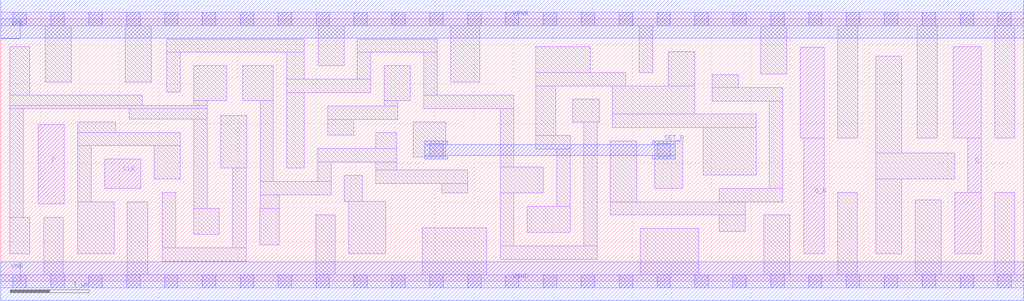
<source format=lef>
# Copyright 2020 The SkyWater PDK Authors
#
# Licensed under the Apache License, Version 2.0 (the "License");
# you may not use this file except in compliance with the License.
# You may obtain a copy of the License at
#
#     https://www.apache.org/licenses/LICENSE-2.0
#
# Unless required by applicable law or agreed to in writing, software
# distributed under the License is distributed on an "AS IS" BASIS,
# WITHOUT WARRANTIES OR CONDITIONS OF ANY KIND, either express or implied.
# See the License for the specific language governing permissions and
# limitations under the License.
#
# SPDX-License-Identifier: Apache-2.0

VERSION 5.5 ;
NAMESCASESENSITIVE ON ;
BUSBITCHARS "[]" ;
DIVIDERCHAR "/" ;
MACRO sky130_fd_sc_ms__dfsbp_2
  CLASS CORE ;
  SOURCE USER ;
  ORIGIN  0.000000  0.000000 ;
  SIZE  12.96000 BY  3.330000 ;
  SYMMETRY X Y ;
  SITE unit ;
  PIN D
    ANTENNAGATEAREA  0.126000 ;
    DIRECTION INPUT ;
    USE SIGNAL ;
    PORT
      LAYER li1 ;
        RECT 0.475000 0.980000 0.805000 1.990000 ;
    END
  END D
  PIN Q
    ANTENNADIFFAREA  0.543200 ;
    DIRECTION OUTPUT ;
    USE SIGNAL ;
    PORT
      LAYER li1 ;
        RECT 12.065000 1.820000 12.425000 2.980000 ;
        RECT 12.085000 0.350000 12.425000 1.130000 ;
        RECT 12.255000 1.130000 12.425000 1.820000 ;
    END
  END Q
  PIN Q_N
    ANTENNADIFFAREA  0.543200 ;
    DIRECTION OUTPUT ;
    USE SIGNAL ;
    PORT
      LAYER li1 ;
        RECT 10.130000 1.820000 10.435000 2.970000 ;
        RECT 10.175000 0.350000 10.435000 1.820000 ;
    END
  END Q_N
  PIN SET_B
    ANTENNAPARTIALMETALSIDEAREA  2.205000 ;
    DIRECTION INPUT ;
    USE SIGNAL ;
    PORT
      LAYER met1 ;
        RECT 5.375000 1.550000 5.665000 1.595000 ;
        RECT 5.375000 1.595000 8.545000 1.735000 ;
        RECT 5.375000 1.735000 5.665000 1.780000 ;
        RECT 8.255000 1.550000 8.545000 1.595000 ;
        RECT 8.255000 1.735000 8.545000 1.780000 ;
    END
  END SET_B
  PIN CLK
    ANTENNAGATEAREA  0.279000 ;
    DIRECTION INPUT ;
    USE CLOCK ;
    PORT
      LAYER li1 ;
        RECT 1.315000 1.180000 1.775000 1.550000 ;
    END
  END CLK
  PIN VGND
    DIRECTION INOUT ;
    USE GROUND ;
    PORT
      LAYER met1 ;
        RECT 0.000000 -0.245000 12.960000 0.245000 ;
    END
  END VGND
  PIN VNB
    DIRECTION INOUT ;
    USE GROUND ;
    PORT
    END
  END VNB
  PIN VPB
    DIRECTION INOUT ;
    USE POWER ;
    PORT
    END
  END VPB
  PIN VNB
    DIRECTION INOUT ;
    USE GROUND ;
    PORT
      LAYER met1 ;
        RECT 0.000000 0.000000 0.250000 0.250000 ;
    END
  END VNB
  PIN VPB
    DIRECTION INOUT ;
    USE POWER ;
    PORT
      LAYER met1 ;
        RECT 0.000000 3.080000 0.250000 3.330000 ;
    END
  END VPB
  PIN VPWR
    DIRECTION INOUT ;
    USE POWER ;
    PORT
      LAYER met1 ;
        RECT 0.000000 3.085000 12.960000 3.575000 ;
    END
  END VPWR
  OBS
    LAYER li1 ;
      RECT  0.000000 -0.085000 12.960000 0.085000 ;
      RECT  0.000000  3.245000 12.960000 3.415000 ;
      RECT  0.115000  0.350000  0.365000 0.810000 ;
      RECT  0.115000  0.810000  0.285000 2.190000 ;
      RECT  0.115000  2.190000  2.615000 2.230000 ;
      RECT  0.115000  2.230000  1.795000 2.360000 ;
      RECT  0.115000  2.360000  0.365000 2.980000 ;
      RECT  0.545000  0.085000  0.795000 0.810000 ;
      RECT  0.565000  2.530000  0.895000 3.245000 ;
      RECT  0.975000  0.350000  1.435000 1.010000 ;
      RECT  0.975000  1.010000  1.145000 1.720000 ;
      RECT  0.975000  1.720000  2.275000 1.890000 ;
      RECT  0.975000  1.890000  1.455000 2.020000 ;
      RECT  1.575000  2.530000  1.905000 3.245000 ;
      RECT  1.605000  0.085000  1.865000 1.010000 ;
      RECT  1.625000  2.060000  2.615000 2.190000 ;
      RECT  1.945000  1.300000  2.275000 1.720000 ;
      RECT  2.045000  0.255000  3.110000 0.425000 ;
      RECT  2.045000  0.425000  2.215000 1.130000 ;
      RECT  2.105000  2.400000  2.275000 2.905000 ;
      RECT  2.105000  2.905000  3.845000 3.075000 ;
      RECT  2.445000  0.595000  2.770000 0.925000 ;
      RECT  2.445000  0.925000  2.615000 2.060000 ;
      RECT  2.445000  2.230000  2.615000 2.295000 ;
      RECT  2.445000  2.295000  2.865000 2.735000 ;
      RECT  2.785000  1.435000  3.115000 2.105000 ;
      RECT  2.940000  0.425000  3.110000 1.435000 ;
      RECT  3.065000  2.295000  3.455000 2.735000 ;
      RECT  3.280000  0.465000  3.530000 0.925000 ;
      RECT  3.285000  0.925000  3.530000 1.095000 ;
      RECT  3.285000  1.095000  4.185000 1.265000 ;
      RECT  3.285000  1.265000  3.455000 2.295000 ;
      RECT  3.625000  1.435000  3.845000 2.395000 ;
      RECT  3.625000  2.395000  4.690000 2.565000 ;
      RECT  3.625000  2.565000  3.845000 2.905000 ;
      RECT  3.990000  0.085000  4.240000 0.845000 ;
      RECT  4.015000  1.265000  4.185000 1.515000 ;
      RECT  4.015000  1.515000  5.015000 1.685000 ;
      RECT  4.020000  2.735000  4.350000 3.245000 ;
      RECT  4.140000  1.855000  4.470000 2.055000 ;
      RECT  4.140000  2.055000  5.030000 2.225000 ;
      RECT  4.355000  1.015000  4.580000 1.345000 ;
      RECT  4.410000  0.350000  4.880000 1.015000 ;
      RECT  4.520000  2.565000  4.690000 2.905000 ;
      RECT  4.520000  2.905000  5.530000 3.075000 ;
      RECT  4.750000  1.240000  5.915000 1.410000 ;
      RECT  4.750000  1.410000  5.015000 1.515000 ;
      RECT  4.750000  1.685000  5.015000 1.885000 ;
      RECT  4.860000  2.225000  5.030000 2.295000 ;
      RECT  4.860000  2.295000  5.190000 2.735000 ;
      RECT  5.225000  1.580000  5.635000 2.020000 ;
      RECT  5.340000  0.085000  6.160000 0.680000 ;
      RECT  5.360000  2.190000  6.500000 2.360000 ;
      RECT  5.360000  2.360000  5.530000 2.905000 ;
      RECT  5.585000  1.120000  5.915000 1.240000 ;
      RECT  5.700000  2.530000  6.070000 3.245000 ;
      RECT  6.330000  0.280000  7.555000 0.450000 ;
      RECT  6.330000  0.450000  6.500000 1.120000 ;
      RECT  6.330000  1.120000  6.875000 1.450000 ;
      RECT  6.330000  1.450000  6.500000 2.190000 ;
      RECT  6.670000  0.620000  7.215000 0.950000 ;
      RECT  6.780000  1.680000  7.215000 1.850000 ;
      RECT  6.780000  1.850000  7.030000 2.480000 ;
      RECT  6.780000  2.480000  7.920000 2.650000 ;
      RECT  6.780000  2.650000  7.470000 2.980000 ;
      RECT  7.045000  0.950000  7.215000 1.680000 ;
      RECT  7.250000  2.020000  7.580000 2.310000 ;
      RECT  7.385000  0.450000  7.555000 2.020000 ;
      RECT  7.725000  0.840000  9.435000 1.010000 ;
      RECT  7.725000  1.010000  8.055000 1.780000 ;
      RECT  7.750000  1.950000  9.570000 2.120000 ;
      RECT  7.750000  2.120000  8.790000 2.480000 ;
      RECT  8.090000  2.650000  8.260000 3.245000 ;
      RECT  8.100000  0.085000  8.845000 0.670000 ;
      RECT  8.285000  1.180000  8.640000 1.780000 ;
      RECT  8.460000  2.480000  8.790000 2.915000 ;
      RECT  8.900000  1.350000  9.570000 1.950000 ;
      RECT  9.015000  2.290000  9.910000 2.460000 ;
      RECT  9.015000  2.460000  9.345000 2.620000 ;
      RECT  9.105000  0.635000  9.435000 0.840000 ;
      RECT  9.105000  1.010000  9.910000 1.180000 ;
      RECT  9.630000  2.630000  9.960000 3.245000 ;
      RECT  9.665000  0.085000  9.995000 0.840000 ;
      RECT  9.740000  1.180000  9.910000 2.290000 ;
      RECT 10.605000  0.085000 10.855000 1.130000 ;
      RECT 10.605000  1.820000 10.860000 3.245000 ;
      RECT 11.085000  0.350000 11.415000 1.300000 ;
      RECT 11.085000  1.300000 12.085000 1.630000 ;
      RECT 11.085000  1.630000 11.415000 2.860000 ;
      RECT 11.585000  0.085000 11.915000 1.030000 ;
      RECT 11.615000  1.820000 11.865000 3.245000 ;
      RECT 12.595000  0.085000 12.845000 1.130000 ;
      RECT 12.595000  1.820000 12.845000 3.245000 ;
    LAYER mcon ;
      RECT  0.155000 -0.085000  0.325000 0.085000 ;
      RECT  0.155000  3.245000  0.325000 3.415000 ;
      RECT  0.635000 -0.085000  0.805000 0.085000 ;
      RECT  0.635000  3.245000  0.805000 3.415000 ;
      RECT  1.115000 -0.085000  1.285000 0.085000 ;
      RECT  1.115000  3.245000  1.285000 3.415000 ;
      RECT  1.595000 -0.085000  1.765000 0.085000 ;
      RECT  1.595000  3.245000  1.765000 3.415000 ;
      RECT  2.075000 -0.085000  2.245000 0.085000 ;
      RECT  2.075000  3.245000  2.245000 3.415000 ;
      RECT  2.555000 -0.085000  2.725000 0.085000 ;
      RECT  2.555000  3.245000  2.725000 3.415000 ;
      RECT  3.035000 -0.085000  3.205000 0.085000 ;
      RECT  3.035000  3.245000  3.205000 3.415000 ;
      RECT  3.515000 -0.085000  3.685000 0.085000 ;
      RECT  3.515000  3.245000  3.685000 3.415000 ;
      RECT  3.995000 -0.085000  4.165000 0.085000 ;
      RECT  3.995000  3.245000  4.165000 3.415000 ;
      RECT  4.475000 -0.085000  4.645000 0.085000 ;
      RECT  4.475000  3.245000  4.645000 3.415000 ;
      RECT  4.955000 -0.085000  5.125000 0.085000 ;
      RECT  4.955000  3.245000  5.125000 3.415000 ;
      RECT  5.435000 -0.085000  5.605000 0.085000 ;
      RECT  5.435000  1.580000  5.605000 1.750000 ;
      RECT  5.435000  3.245000  5.605000 3.415000 ;
      RECT  5.915000 -0.085000  6.085000 0.085000 ;
      RECT  5.915000  3.245000  6.085000 3.415000 ;
      RECT  6.395000 -0.085000  6.565000 0.085000 ;
      RECT  6.395000  3.245000  6.565000 3.415000 ;
      RECT  6.875000 -0.085000  7.045000 0.085000 ;
      RECT  6.875000  3.245000  7.045000 3.415000 ;
      RECT  7.355000 -0.085000  7.525000 0.085000 ;
      RECT  7.355000  3.245000  7.525000 3.415000 ;
      RECT  7.835000 -0.085000  8.005000 0.085000 ;
      RECT  7.835000  3.245000  8.005000 3.415000 ;
      RECT  8.315000 -0.085000  8.485000 0.085000 ;
      RECT  8.315000  1.580000  8.485000 1.750000 ;
      RECT  8.315000  3.245000  8.485000 3.415000 ;
      RECT  8.795000 -0.085000  8.965000 0.085000 ;
      RECT  8.795000  3.245000  8.965000 3.415000 ;
      RECT  9.275000 -0.085000  9.445000 0.085000 ;
      RECT  9.275000  3.245000  9.445000 3.415000 ;
      RECT  9.755000 -0.085000  9.925000 0.085000 ;
      RECT  9.755000  3.245000  9.925000 3.415000 ;
      RECT 10.235000 -0.085000 10.405000 0.085000 ;
      RECT 10.235000  3.245000 10.405000 3.415000 ;
      RECT 10.715000 -0.085000 10.885000 0.085000 ;
      RECT 10.715000  3.245000 10.885000 3.415000 ;
      RECT 11.195000 -0.085000 11.365000 0.085000 ;
      RECT 11.195000  3.245000 11.365000 3.415000 ;
      RECT 11.675000 -0.085000 11.845000 0.085000 ;
      RECT 11.675000  3.245000 11.845000 3.415000 ;
      RECT 12.155000 -0.085000 12.325000 0.085000 ;
      RECT 12.155000  3.245000 12.325000 3.415000 ;
      RECT 12.635000 -0.085000 12.805000 0.085000 ;
      RECT 12.635000  3.245000 12.805000 3.415000 ;
  END
END sky130_fd_sc_ms__dfsbp_2
END LIBRARY

</source>
